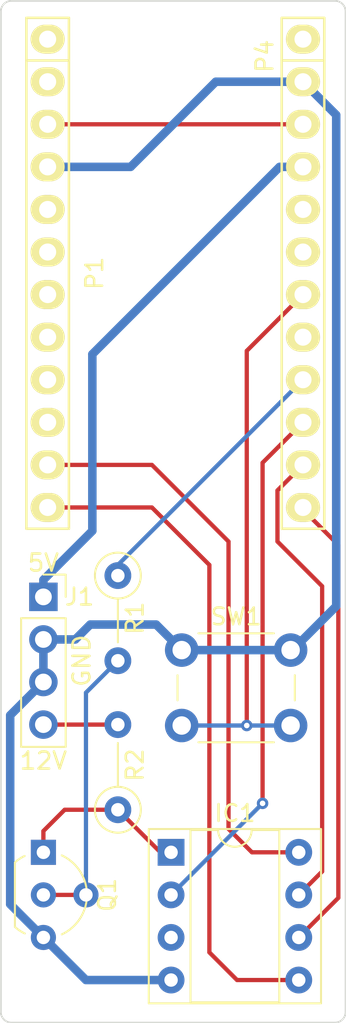
<source format=kicad_pcb>
(kicad_pcb (version 20171130) (host pcbnew 5.1.9+dfsg1-1~bpo10+1)

  (general
    (thickness 1.6)
    (drawings 20)
    (tracks 62)
    (zones 0)
    (modules 9)
    (nets 27)
  )

  (page USLetter)
  (title_block
    (title "ProMini HVSP")
    (date 2021-04-01)
    (rev 0)
  )

  (layers
    (0 F.Cu signal)
    (31 B.Cu signal)
    (34 B.Paste user hide)
    (35 F.Paste user hide)
    (36 B.SilkS user)
    (37 F.SilkS user)
    (38 B.Mask user hide)
    (39 F.Mask user hide)
    (40 Dwgs.User user hide)
    (44 Edge.Cuts user)
    (46 B.CrtYd user hide)
    (47 F.CrtYd user hide)
    (48 B.Fab user hide)
    (49 F.Fab user hide)
  )

  (setup
    (last_trace_width 0.254)
    (user_trace_width 0.1524)
    (user_trace_width 0.381)
    (user_trace_width 0.508)
    (user_trace_width 0.635)
    (user_trace_width 0.762)
    (user_trace_width 1.27)
    (user_trace_width 2.032)
    (trace_clearance 0.254)
    (zone_clearance 0.508)
    (zone_45_only no)
    (trace_min 0.1524)
    (via_size 0.6858)
    (via_drill 0.3302)
    (via_min_size 0.6858)
    (via_min_drill 0.3302)
    (user_via 0.6858 0.3302)
    (user_via 0.762 0.381)
    (user_via 1.016 0.508)
    (user_via 1.27 0.635)
    (uvia_size 0.6858)
    (uvia_drill 0.3302)
    (uvias_allowed no)
    (uvia_min_size 0)
    (uvia_min_drill 0)
    (edge_width 0.1524)
    (segment_width 0.1524)
    (pcb_text_width 0.1524)
    (pcb_text_size 1.016 1.016)
    (mod_edge_width 0.1524)
    (mod_text_size 1.016 1.016)
    (mod_text_width 0.1524)
    (pad_size 1.5 1.5)
    (pad_drill 0.8)
    (pad_to_mask_clearance 0.0508)
    (solder_mask_min_width 0.1016)
    (pad_to_paste_clearance -0.0508)
    (aux_axis_origin 0 0)
    (visible_elements FFFEDF7D)
    (pcbplotparams
      (layerselection 0x310fc_80000001)
      (usegerberextensions true)
      (usegerberattributes false)
      (usegerberadvancedattributes false)
      (creategerberjobfile false)
      (excludeedgelayer true)
      (linewidth 0.100000)
      (plotframeref false)
      (viasonmask false)
      (mode 1)
      (useauxorigin false)
      (hpglpennumber 1)
      (hpglpenspeed 20)
      (hpglpendiameter 15.000000)
      (psnegative false)
      (psa4output false)
      (plotreference true)
      (plotvalue true)
      (plotinvisibletext false)
      (padsonsilk false)
      (subtractmaskfromsilk false)
      (outputformat 1)
      (mirror false)
      (drillshape 0)
      (scaleselection 1)
      (outputdirectory "gerbers"))
  )

  (net 0 "")
  (net 1 /8)
  (net 2 /7)
  (net 3 /4)
  (net 4 /2)
  (net 5 GND)
  (net 6 /Reset)
  (net 7 "/0(Rx)")
  (net 8 "/1(Tx)")
  (net 9 VCC)
  (net 10 /A0)
  (net 11 /A1)
  (net 12 /A2)
  (net 13 /A3)
  (net 14 /RAW)
  (net 15 /11)
  (net 16 "Net-(IC1-Pad3)")
  (net 17 /10)
  (net 18 /12)
  (net 19 /9)
  (net 20 /V+12)
  (net 21 "Net-(J1-Pad4)")
  (net 22 /6)
  (net 23 /5)
  (net 24 /3)
  (net 25 /13)
  (net 26 "Net-(Q1-Pad2)")

  (net_class Default "This is the default net class."
    (clearance 0.254)
    (trace_width 0.254)
    (via_dia 0.6858)
    (via_drill 0.3302)
    (uvia_dia 0.6858)
    (uvia_drill 0.3302)
    (add_net "/0(Rx)")
    (add_net "/1(Tx)")
    (add_net /10)
    (add_net /11)
    (add_net /12)
    (add_net /13)
    (add_net /2)
    (add_net /3)
    (add_net /4)
    (add_net /5)
    (add_net /6)
    (add_net /7)
    (add_net /8)
    (add_net /9)
    (add_net /A0)
    (add_net /A1)
    (add_net /A2)
    (add_net /A3)
    (add_net /RAW)
    (add_net /Reset)
    (add_net /V+12)
    (add_net GND)
    (add_net "Net-(IC1-Pad3)")
    (add_net "Net-(J1-Pad4)")
    (add_net "Net-(Q1-Pad2)")
    (add_net VCC)
  )

  (module Socket_Arduino_Pro_Mini:PAD (layer F.Cu) (tedit 60440E89) (tstamp 604479A9)
    (at 144.78 124.46)
    (fp_text reference P1 (at 0 0) (layer F.SilkS) hide
      (effects (font (size 1.27 1.27) (thickness 0.15)))
    )
    (fp_text value GND (at 0 0) (layer F.SilkS) hide
      (effects (font (size 1.27 1.27) (thickness 0.15)))
    )
    (pad 1 thru_hole circle (at 0 0) (size 1.5 1.5) (drill 0.8) (layers *.Cu *.Mask)
      (net 26 "Net-(Q1-Pad2)") (solder_mask_margin 0.0762))
  )

  (module Package_TO_SOT_THT:TO-92L_Inline_Wide (layer F.Cu) (tedit 5A11996A) (tstamp 60446A0F)
    (at 142.24 121.92 270)
    (descr "TO-92L leads in-line (large body variant of TO-92), also known as TO-226, wide, drill 0.75mm (see https://www.diodes.com/assets/Package-Files/TO92L.pdf and http://www.ti.com/lit/an/snoa059/snoa059.pdf)")
    (tags "TO-92L Inline Wide transistor")
    (path /60447D22)
    (fp_text reference Q1 (at 2.54 -3.81 90) (layer F.SilkS)
      (effects (font (size 1 1) (thickness 0.15)))
    )
    (fp_text value BC547 (at 2.54 2.79 90) (layer F.Fab)
      (effects (font (size 1 1) (thickness 0.15)))
    )
    (fp_line (start 0.6 1.7) (end 4.45 1.7) (layer F.SilkS) (width 0.12))
    (fp_line (start 0.65 1.6) (end 4.4 1.6) (layer F.Fab) (width 0.1))
    (fp_line (start -1 -2.75) (end 6.1 -2.75) (layer F.CrtYd) (width 0.05))
    (fp_line (start -1 -2.75) (end -1 1.85) (layer F.CrtYd) (width 0.05))
    (fp_line (start 6.1 1.85) (end 6.1 -2.75) (layer F.CrtYd) (width 0.05))
    (fp_line (start 6.1 1.85) (end -1 1.85) (layer F.CrtYd) (width 0.05))
    (fp_arc (start 2.54 0) (end 4.45 1.7) (angle -15.88591585) (layer F.SilkS) (width 0.12))
    (fp_arc (start 2.54 0) (end 2.54 -2.48) (angle -130.2499344) (layer F.Fab) (width 0.1))
    (fp_arc (start 2.54 0) (end 2.54 -2.48) (angle 129.9527847) (layer F.Fab) (width 0.1))
    (fp_arc (start 2.54 0) (end 2.54 -2.6) (angle 65) (layer F.SilkS) (width 0.12))
    (fp_arc (start 2.54 0) (end 2.54 -2.6) (angle -65) (layer F.SilkS) (width 0.12))
    (fp_arc (start 2.54 0) (end 0.6 1.7) (angle 15.44288892) (layer F.SilkS) (width 0.12))
    (fp_text user %R (at 2.54 0 90) (layer F.Fab)
      (effects (font (size 1 1) (thickness 0.15)))
    )
    (pad 1 thru_hole rect (at 0 0 270) (size 1.5 1.5) (drill 0.8) (layers *.Cu *.Mask)
      (net 20 /V+12))
    (pad 3 thru_hole circle (at 5.08 0 270) (size 1.5 1.5) (drill 0.8) (layers *.Cu *.Mask)
      (net 5 GND))
    (pad 2 thru_hole circle (at 2.54 0 270) (size 1.5 1.5) (drill 0.8) (layers *.Cu *.Mask)
      (net 26 "Net-(Q1-Pad2)"))
    (model ${KISYS3DMOD}/Package_TO_SOT_THT.3dshapes/TO-92L_Inline_Wide.wrl
      (at (xyz 0 0 0))
      (scale (xyz 1 1 1))
      (rotate (xyz 0 0 0))
    )
  )

  (module Package_DIP:DIP-8_W7.62mm_Socket (layer F.Cu) (tedit 5A02E8C5) (tstamp 6044697D)
    (at 149.86 121.92)
    (descr "8-lead though-hole mounted DIP package, row spacing 7.62 mm (300 mils), Socket")
    (tags "THT DIP DIL PDIP 2.54mm 7.62mm 300mil Socket")
    (path /6044327A)
    (fp_text reference IC1 (at 3.81 -2.33) (layer F.SilkS)
      (effects (font (size 1 1) (thickness 0.15)))
    )
    (fp_text value DIL8S (at 3.81 9.95) (layer F.Fab)
      (effects (font (size 1 1) (thickness 0.15)))
    )
    (fp_line (start 1.635 -1.27) (end 6.985 -1.27) (layer F.Fab) (width 0.1))
    (fp_line (start 6.985 -1.27) (end 6.985 8.89) (layer F.Fab) (width 0.1))
    (fp_line (start 6.985 8.89) (end 0.635 8.89) (layer F.Fab) (width 0.1))
    (fp_line (start 0.635 8.89) (end 0.635 -0.27) (layer F.Fab) (width 0.1))
    (fp_line (start 0.635 -0.27) (end 1.635 -1.27) (layer F.Fab) (width 0.1))
    (fp_line (start -1.27 -1.33) (end -1.27 8.95) (layer F.Fab) (width 0.1))
    (fp_line (start -1.27 8.95) (end 8.89 8.95) (layer F.Fab) (width 0.1))
    (fp_line (start 8.89 8.95) (end 8.89 -1.33) (layer F.Fab) (width 0.1))
    (fp_line (start 8.89 -1.33) (end -1.27 -1.33) (layer F.Fab) (width 0.1))
    (fp_line (start 2.81 -1.33) (end 1.16 -1.33) (layer F.SilkS) (width 0.12))
    (fp_line (start 1.16 -1.33) (end 1.16 8.95) (layer F.SilkS) (width 0.12))
    (fp_line (start 1.16 8.95) (end 6.46 8.95) (layer F.SilkS) (width 0.12))
    (fp_line (start 6.46 8.95) (end 6.46 -1.33) (layer F.SilkS) (width 0.12))
    (fp_line (start 6.46 -1.33) (end 4.81 -1.33) (layer F.SilkS) (width 0.12))
    (fp_line (start -1.33 -1.39) (end -1.33 9.01) (layer F.SilkS) (width 0.12))
    (fp_line (start -1.33 9.01) (end 8.95 9.01) (layer F.SilkS) (width 0.12))
    (fp_line (start 8.95 9.01) (end 8.95 -1.39) (layer F.SilkS) (width 0.12))
    (fp_line (start 8.95 -1.39) (end -1.33 -1.39) (layer F.SilkS) (width 0.12))
    (fp_line (start -1.55 -1.6) (end -1.55 9.2) (layer F.CrtYd) (width 0.05))
    (fp_line (start -1.55 9.2) (end 9.15 9.2) (layer F.CrtYd) (width 0.05))
    (fp_line (start 9.15 9.2) (end 9.15 -1.6) (layer F.CrtYd) (width 0.05))
    (fp_line (start 9.15 -1.6) (end -1.55 -1.6) (layer F.CrtYd) (width 0.05))
    (fp_text user %R (at 3.81 3.81) (layer F.Fab)
      (effects (font (size 1 1) (thickness 0.15)))
    )
    (fp_arc (start 3.81 -1.33) (end 2.81 -1.33) (angle -180) (layer F.SilkS) (width 0.12))
    (pad 8 thru_hole oval (at 7.62 0) (size 1.6 1.6) (drill 0.8) (layers *.Cu *.Mask)
      (net 1 /8))
    (pad 4 thru_hole oval (at 0 7.62) (size 1.6 1.6) (drill 0.8) (layers *.Cu *.Mask)
      (net 5 GND))
    (pad 7 thru_hole oval (at 7.62 2.54) (size 1.6 1.6) (drill 0.8) (layers *.Cu *.Mask)
      (net 15 /11))
    (pad 3 thru_hole oval (at 0 5.08) (size 1.6 1.6) (drill 0.8) (layers *.Cu *.Mask)
      (net 16 "Net-(IC1-Pad3)"))
    (pad 6 thru_hole oval (at 7.62 5.08) (size 1.6 1.6) (drill 0.8) (layers *.Cu *.Mask)
      (net 17 /10))
    (pad 2 thru_hole oval (at 0 2.54) (size 1.6 1.6) (drill 0.8) (layers *.Cu *.Mask)
      (net 18 /12))
    (pad 5 thru_hole oval (at 7.62 7.62) (size 1.6 1.6) (drill 0.8) (layers *.Cu *.Mask)
      (net 19 /9))
    (pad 1 thru_hole rect (at 0 0) (size 1.6 1.6) (drill 0.8) (layers *.Cu *.Mask)
      (net 20 /V+12))
    (model ${KISYS3DMOD}/Package_DIP.3dshapes/DIP-8_W7.62mm_Socket.wrl
      (at (xyz 0 0 0))
      (scale (xyz 1 1 1))
      (rotate (xyz 0 0 0))
    )
  )

  (module Button_Switch_THT:SW_PUSH_6mm (layer F.Cu) (tedit 5A02FE31) (tstamp 60446A4C)
    (at 150.495 109.855)
    (descr https://www.omron.com/ecb/products/pdf/en-b3f.pdf)
    (tags "tact sw push 6mm")
    (path /6045402E)
    (fp_text reference SW1 (at 3.25 -2) (layer F.SilkS)
      (effects (font (size 1 1) (thickness 0.15)))
    )
    (fp_text value READY (at 3.75 6.7) (layer F.Fab)
      (effects (font (size 1 1) (thickness 0.15)))
    )
    (fp_line (start 3.25 -0.75) (end 6.25 -0.75) (layer F.Fab) (width 0.1))
    (fp_line (start 6.25 -0.75) (end 6.25 5.25) (layer F.Fab) (width 0.1))
    (fp_line (start 6.25 5.25) (end 0.25 5.25) (layer F.Fab) (width 0.1))
    (fp_line (start 0.25 5.25) (end 0.25 -0.75) (layer F.Fab) (width 0.1))
    (fp_line (start 0.25 -0.75) (end 3.25 -0.75) (layer F.Fab) (width 0.1))
    (fp_line (start 7.75 6) (end 8 6) (layer F.CrtYd) (width 0.05))
    (fp_line (start 8 6) (end 8 5.75) (layer F.CrtYd) (width 0.05))
    (fp_line (start 7.75 -1.5) (end 8 -1.5) (layer F.CrtYd) (width 0.05))
    (fp_line (start 8 -1.5) (end 8 -1.25) (layer F.CrtYd) (width 0.05))
    (fp_line (start -1.5 -1.25) (end -1.5 -1.5) (layer F.CrtYd) (width 0.05))
    (fp_line (start -1.5 -1.5) (end -1.25 -1.5) (layer F.CrtYd) (width 0.05))
    (fp_line (start -1.5 5.75) (end -1.5 6) (layer F.CrtYd) (width 0.05))
    (fp_line (start -1.5 6) (end -1.25 6) (layer F.CrtYd) (width 0.05))
    (fp_line (start -1.25 -1.5) (end 7.75 -1.5) (layer F.CrtYd) (width 0.05))
    (fp_line (start -1.5 5.75) (end -1.5 -1.25) (layer F.CrtYd) (width 0.05))
    (fp_line (start 7.75 6) (end -1.25 6) (layer F.CrtYd) (width 0.05))
    (fp_line (start 8 -1.25) (end 8 5.75) (layer F.CrtYd) (width 0.05))
    (fp_line (start 1 5.5) (end 5.5 5.5) (layer F.SilkS) (width 0.12))
    (fp_line (start -0.25 1.5) (end -0.25 3) (layer F.SilkS) (width 0.12))
    (fp_line (start 5.5 -1) (end 1 -1) (layer F.SilkS) (width 0.12))
    (fp_line (start 6.75 3) (end 6.75 1.5) (layer F.SilkS) (width 0.12))
    (fp_circle (center 3.25 2.25) (end 1.25 2.5) (layer F.Fab) (width 0.1))
    (fp_text user %R (at 3.25 2.25) (layer F.Fab)
      (effects (font (size 1 1) (thickness 0.15)))
    )
    (pad 1 thru_hole circle (at 6.5 0 90) (size 2 2) (drill 1.1) (layers *.Cu *.Mask)
      (net 5 GND))
    (pad 2 thru_hole circle (at 6.5 4.5 90) (size 2 2) (drill 1.1) (layers *.Cu *.Mask)
      (net 11 /A1))
    (pad 1 thru_hole circle (at 0 0 90) (size 2 2) (drill 1.1) (layers *.Cu *.Mask)
      (net 5 GND))
    (pad 2 thru_hole circle (at 0 4.5 90) (size 2 2) (drill 1.1) (layers *.Cu *.Mask)
      (net 11 /A1))
    (model ${KISYS3DMOD}/Button_Switch_THT.3dshapes/SW_PUSH_6mm.wrl
      (at (xyz 0 0 0))
      (scale (xyz 1 1 1))
      (rotate (xyz 0 0 0))
    )
  )

  (module Resistor_THT:R_Axial_DIN0207_L6.3mm_D2.5mm_P5.08mm_Vertical (layer F.Cu) (tedit 5AE5139B) (tstamp 60446A2D)
    (at 146.685 119.38 90)
    (descr "Resistor, Axial_DIN0207 series, Axial, Vertical, pin pitch=5.08mm, 0.25W = 1/4W, length*diameter=6.3*2.5mm^2, http://cdn-reichelt.de/documents/datenblatt/B400/1_4W%23YAG.pdf")
    (tags "Resistor Axial_DIN0207 series Axial Vertical pin pitch 5.08mm 0.25W = 1/4W length 6.3mm diameter 2.5mm")
    (path /6044CEBF)
    (fp_text reference R2 (at 2.667 1.016 90) (layer F.SilkS)
      (effects (font (size 1 1) (thickness 0.15)))
    )
    (fp_text value 1k (at 2.54 2.37 90) (layer F.Fab)
      (effects (font (size 1 1) (thickness 0.15)))
    )
    (fp_circle (center 0 0) (end 1.25 0) (layer F.Fab) (width 0.1))
    (fp_circle (center 0 0) (end 1.37 0) (layer F.SilkS) (width 0.12))
    (fp_line (start 0 0) (end 5.08 0) (layer F.Fab) (width 0.1))
    (fp_line (start 1.37 0) (end 3.98 0) (layer F.SilkS) (width 0.12))
    (fp_line (start -1.5 -1.5) (end -1.5 1.5) (layer F.CrtYd) (width 0.05))
    (fp_line (start -1.5 1.5) (end 6.13 1.5) (layer F.CrtYd) (width 0.05))
    (fp_line (start 6.13 1.5) (end 6.13 -1.5) (layer F.CrtYd) (width 0.05))
    (fp_line (start 6.13 -1.5) (end -1.5 -1.5) (layer F.CrtYd) (width 0.05))
    (fp_text user %R (at 2.54 -2.37 90) (layer F.Fab)
      (effects (font (size 1 1) (thickness 0.15)))
    )
    (pad 2 thru_hole oval (at 5.08 0 90) (size 1.6 1.6) (drill 0.8) (layers *.Cu *.Mask)
      (net 21 "Net-(J1-Pad4)"))
    (pad 1 thru_hole circle (at 0 0 90) (size 1.6 1.6) (drill 0.8) (layers *.Cu *.Mask)
      (net 20 /V+12))
    (model ${KISYS3DMOD}/Resistor_THT.3dshapes/R_Axial_DIN0207_L6.3mm_D2.5mm_P5.08mm_Vertical.wrl
      (at (xyz 0 0 0))
      (scale (xyz 1 1 1))
      (rotate (xyz 0 0 0))
    )
  )

  (module Resistor_THT:R_Axial_DIN0207_L6.3mm_D2.5mm_P5.08mm_Vertical (layer F.Cu) (tedit 5AE5139B) (tstamp 60446A1E)
    (at 146.685 105.41 270)
    (descr "Resistor, Axial_DIN0207 series, Axial, Vertical, pin pitch=5.08mm, 0.25W = 1/4W, length*diameter=6.3*2.5mm^2, http://cdn-reichelt.de/documents/datenblatt/B400/1_4W%23YAG.pdf")
    (tags "Resistor Axial_DIN0207 series Axial Vertical pin pitch 5.08mm 0.25W = 1/4W length 6.3mm diameter 2.5mm")
    (path /6044D4B4)
    (fp_text reference R1 (at 2.54 -1.016 90) (layer F.SilkS)
      (effects (font (size 1 1) (thickness 0.15)))
    )
    (fp_text value 1k (at 2.54 2.37 90) (layer F.Fab)
      (effects (font (size 1 1) (thickness 0.15)))
    )
    (fp_circle (center 0 0) (end 1.25 0) (layer F.Fab) (width 0.1))
    (fp_circle (center 0 0) (end 1.37 0) (layer F.SilkS) (width 0.12))
    (fp_line (start 0 0) (end 5.08 0) (layer F.Fab) (width 0.1))
    (fp_line (start 1.37 0) (end 3.98 0) (layer F.SilkS) (width 0.12))
    (fp_line (start -1.5 -1.5) (end -1.5 1.5) (layer F.CrtYd) (width 0.05))
    (fp_line (start -1.5 1.5) (end 6.13 1.5) (layer F.CrtYd) (width 0.05))
    (fp_line (start 6.13 1.5) (end 6.13 -1.5) (layer F.CrtYd) (width 0.05))
    (fp_line (start 6.13 -1.5) (end -1.5 -1.5) (layer F.CrtYd) (width 0.05))
    (fp_text user %R (at 2.54 -2.37 90) (layer F.Fab)
      (effects (font (size 1 1) (thickness 0.15)))
    )
    (pad 2 thru_hole oval (at 5.08 0 270) (size 1.6 1.6) (drill 0.8) (layers *.Cu *.Mask)
      (net 26 "Net-(Q1-Pad2)"))
    (pad 1 thru_hole circle (at 0 0 270) (size 1.6 1.6) (drill 0.8) (layers *.Cu *.Mask)
      (net 25 /13))
    (model ${KISYS3DMOD}/Resistor_THT.3dshapes/R_Axial_DIN0207_L6.3mm_D2.5mm_P5.08mm_Vertical.wrl
      (at (xyz 0 0 0))
      (scale (xyz 1 1 1))
      (rotate (xyz 0 0 0))
    )
  )

  (module Connector_PinSocket_2.54mm:PinSocket_1x04_P2.54mm_Vertical (layer F.Cu) (tedit 5A19A429) (tstamp 60446995)
    (at 142.24 106.68)
    (descr "Through hole straight socket strip, 1x04, 2.54mm pitch, single row (from Kicad 4.0.7), script generated")
    (tags "Through hole socket strip THT 1x04 2.54mm single row")
    (path /604450B9)
    (fp_text reference J1 (at 2.159 0) (layer F.SilkS)
      (effects (font (size 1 1) (thickness 0.15)))
    )
    (fp_text value "12V_Regulator module" (at 0 10.39) (layer F.Fab)
      (effects (font (size 1 1) (thickness 0.15)))
    )
    (fp_line (start -1.27 -1.27) (end 0.635 -1.27) (layer F.Fab) (width 0.1))
    (fp_line (start 0.635 -1.27) (end 1.27 -0.635) (layer F.Fab) (width 0.1))
    (fp_line (start 1.27 -0.635) (end 1.27 8.89) (layer F.Fab) (width 0.1))
    (fp_line (start 1.27 8.89) (end -1.27 8.89) (layer F.Fab) (width 0.1))
    (fp_line (start -1.27 8.89) (end -1.27 -1.27) (layer F.Fab) (width 0.1))
    (fp_line (start -1.33 1.27) (end 1.33 1.27) (layer F.SilkS) (width 0.12))
    (fp_line (start -1.33 1.27) (end -1.33 8.95) (layer F.SilkS) (width 0.12))
    (fp_line (start -1.33 8.95) (end 1.33 8.95) (layer F.SilkS) (width 0.12))
    (fp_line (start 1.33 1.27) (end 1.33 8.95) (layer F.SilkS) (width 0.12))
    (fp_line (start 1.33 -1.33) (end 1.33 0) (layer F.SilkS) (width 0.12))
    (fp_line (start 0 -1.33) (end 1.33 -1.33) (layer F.SilkS) (width 0.12))
    (fp_line (start -1.8 -1.8) (end 1.75 -1.8) (layer F.CrtYd) (width 0.05))
    (fp_line (start 1.75 -1.8) (end 1.75 9.4) (layer F.CrtYd) (width 0.05))
    (fp_line (start 1.75 9.4) (end -1.8 9.4) (layer F.CrtYd) (width 0.05))
    (fp_line (start -1.8 9.4) (end -1.8 -1.8) (layer F.CrtYd) (width 0.05))
    (fp_text user %R (at 0 3.81 90) (layer F.Fab)
      (effects (font (size 1 1) (thickness 0.15)))
    )
    (pad 4 thru_hole oval (at 0 7.62) (size 1.7 1.7) (drill 1) (layers *.Cu *.Mask)
      (net 21 "Net-(J1-Pad4)"))
    (pad 3 thru_hole oval (at 0 5.08) (size 1.7 1.7) (drill 1) (layers *.Cu *.Mask)
      (net 5 GND))
    (pad 2 thru_hole oval (at 0 2.54) (size 1.7 1.7) (drill 1) (layers *.Cu *.Mask)
      (net 5 GND))
    (pad 1 thru_hole rect (at 0 0) (size 1.7 1.7) (drill 1) (layers *.Cu *.Mask)
      (net 9 VCC))
    (model ${KISYS3DMOD}/Connector_PinSocket_2.54mm.3dshapes/PinSocket_1x04_P2.54mm_Vertical.wrl
      (at (xyz 0 0 0))
      (scale (xyz 1 1 1))
      (rotate (xyz 0 0 0))
    )
  )

  (module Socket_Arduino_Pro_Mini:Socket_Strip_Arduino_1x12 (layer F.Cu) (tedit 55216A20) (tstamp 60447299)
    (at 142.494 73.406 270)
    (descr "Through hole socket strip")
    (tags "socket strip")
    (path /56D754D1)
    (fp_text reference P1 (at 13.97 -2.794 270) (layer F.SilkS)
      (effects (font (size 1 1) (thickness 0.15)))
    )
    (fp_text value Digital (at 18.034 -2.794 270) (layer F.Fab)
      (effects (font (size 1 1) (thickness 0.15)))
    )
    (fp_line (start 1.27 -1.27) (end -1.27 -1.27) (layer F.SilkS) (width 0.15))
    (fp_line (start -1.27 -1.27) (end -1.27 1.27) (layer F.SilkS) (width 0.15))
    (fp_line (start -1.27 1.27) (end 1.27 1.27) (layer F.SilkS) (width 0.15))
    (fp_line (start -1.75 -1.75) (end -1.75 1.75) (layer F.CrtYd) (width 0.05))
    (fp_line (start 29.7 -1.75) (end 29.7 1.75) (layer F.CrtYd) (width 0.05))
    (fp_line (start -1.75 -1.75) (end 29.7 -1.75) (layer F.CrtYd) (width 0.05))
    (fp_line (start -1.75 1.75) (end 29.7 1.75) (layer F.CrtYd) (width 0.05))
    (fp_line (start 1.27 1.27) (end 29.21 1.27) (layer F.SilkS) (width 0.15))
    (fp_line (start 29.21 1.27) (end 29.21 -1.27) (layer F.SilkS) (width 0.15))
    (fp_line (start 29.21 -1.27) (end 1.27 -1.27) (layer F.SilkS) (width 0.15))
    (fp_line (start 1.27 1.27) (end 1.27 -1.27) (layer F.SilkS) (width 0.15))
    (pad 12 thru_hole oval (at 27.94 0 270) (size 1.7272 2.032) (drill 1.016) (layers *.Cu *.Mask F.SilkS)
      (net 19 /9))
    (pad 11 thru_hole oval (at 25.4 0 270) (size 1.7272 2.032) (drill 1.016) (layers *.Cu *.Mask F.SilkS)
      (net 1 /8))
    (pad 10 thru_hole oval (at 22.86 0 270) (size 1.7272 2.032) (drill 1.016) (layers *.Cu *.Mask F.SilkS)
      (net 2 /7))
    (pad 9 thru_hole oval (at 20.32 0 270) (size 1.7272 2.032) (drill 1.016) (layers *.Cu *.Mask F.SilkS)
      (net 22 /6))
    (pad 8 thru_hole oval (at 17.78 0 270) (size 1.7272 2.032) (drill 1.016) (layers *.Cu *.Mask F.SilkS)
      (net 23 /5))
    (pad 7 thru_hole oval (at 15.24 0 270) (size 1.7272 2.032) (drill 1.016) (layers *.Cu *.Mask F.SilkS)
      (net 3 /4))
    (pad 6 thru_hole oval (at 12.7 0 270) (size 1.7272 2.032) (drill 1.016) (layers *.Cu *.Mask F.SilkS)
      (net 24 /3))
    (pad 5 thru_hole oval (at 10.16 0 270) (size 1.7272 2.032) (drill 1.016) (layers *.Cu *.Mask F.SilkS)
      (net 4 /2))
    (pad 4 thru_hole oval (at 7.62 0 270) (size 1.7272 2.032) (drill 1.016) (layers *.Cu *.Mask F.SilkS)
      (net 5 GND))
    (pad 3 thru_hole oval (at 5.08 0 270) (size 1.7272 2.032) (drill 1.016) (layers *.Cu *.Mask F.SilkS)
      (net 6 /Reset))
    (pad 2 thru_hole oval (at 2.54 0 270) (size 1.7272 2.032) (drill 1.016) (layers *.Cu *.Mask F.SilkS)
      (net 7 "/0(Rx)"))
    (pad 1 thru_hole oval (at 0 0 270) (size 1.7272 2.032) (drill 1.016) (layers *.Cu *.Mask F.SilkS)
      (net 8 "/1(Tx)"))
    (model ${KIPRJMOD}/Socket_Arduino_Pro_Mini.3dshapes/Socket_header_Arduino_1x12.wrl
      (offset (xyz 13.96999979019165 0 0))
      (scale (xyz 1 1 1))
      (rotate (xyz 0 0 180))
    )
  )

  (module Socket_Arduino_Pro_Mini:Socket_Strip_Arduino_1x12 (layer F.Cu) (tedit 5521133F) (tstamp 6044726C)
    (at 157.734 73.406 270)
    (descr "Through hole socket strip")
    (tags "socket strip")
    (path /56D755F3)
    (fp_text reference P4 (at 1.016 2.286 270) (layer F.SilkS)
      (effects (font (size 1 1) (thickness 0.15)))
    )
    (fp_text value Analog (at 4.826 2.54 270) (layer F.Fab)
      (effects (font (size 1 1) (thickness 0.15)))
    )
    (fp_line (start 1.27 -1.27) (end -1.27 -1.27) (layer F.SilkS) (width 0.15))
    (fp_line (start -1.27 -1.27) (end -1.27 1.27) (layer F.SilkS) (width 0.15))
    (fp_line (start -1.27 1.27) (end 1.27 1.27) (layer F.SilkS) (width 0.15))
    (fp_line (start -1.75 -1.75) (end -1.75 1.75) (layer F.CrtYd) (width 0.05))
    (fp_line (start 29.7 -1.75) (end 29.7 1.75) (layer F.CrtYd) (width 0.05))
    (fp_line (start -1.75 -1.75) (end 29.7 -1.75) (layer F.CrtYd) (width 0.05))
    (fp_line (start -1.75 1.75) (end 29.7 1.75) (layer F.CrtYd) (width 0.05))
    (fp_line (start 1.27 1.27) (end 29.21 1.27) (layer F.SilkS) (width 0.15))
    (fp_line (start 29.21 1.27) (end 29.21 -1.27) (layer F.SilkS) (width 0.15))
    (fp_line (start 29.21 -1.27) (end 1.27 -1.27) (layer F.SilkS) (width 0.15))
    (fp_line (start 1.27 1.27) (end 1.27 -1.27) (layer F.SilkS) (width 0.15))
    (pad 12 thru_hole oval (at 27.94 0 270) (size 1.7272 2.032) (drill 1.016) (layers *.Cu *.Mask F.SilkS)
      (net 17 /10))
    (pad 11 thru_hole oval (at 25.4 0 270) (size 1.7272 2.032) (drill 1.016) (layers *.Cu *.Mask F.SilkS)
      (net 15 /11))
    (pad 10 thru_hole oval (at 22.86 0 270) (size 1.7272 2.032) (drill 1.016) (layers *.Cu *.Mask F.SilkS)
      (net 18 /12))
    (pad 9 thru_hole oval (at 20.32 0 270) (size 1.7272 2.032) (drill 1.016) (layers *.Cu *.Mask F.SilkS)
      (net 25 /13))
    (pad 8 thru_hole oval (at 17.78 0 270) (size 1.7272 2.032) (drill 1.016) (layers *.Cu *.Mask F.SilkS)
      (net 10 /A0))
    (pad 7 thru_hole oval (at 15.24 0 270) (size 1.7272 2.032) (drill 1.016) (layers *.Cu *.Mask F.SilkS)
      (net 11 /A1))
    (pad 6 thru_hole oval (at 12.7 0 270) (size 1.7272 2.032) (drill 1.016) (layers *.Cu *.Mask F.SilkS)
      (net 12 /A2))
    (pad 5 thru_hole oval (at 10.16 0 270) (size 1.7272 2.032) (drill 1.016) (layers *.Cu *.Mask F.SilkS)
      (net 13 /A3))
    (pad 4 thru_hole oval (at 7.62 0 270) (size 1.7272 2.032) (drill 1.016) (layers *.Cu *.Mask F.SilkS)
      (net 9 VCC))
    (pad 3 thru_hole oval (at 5.08 0 270) (size 1.7272 2.032) (drill 1.016) (layers *.Cu *.Mask F.SilkS)
      (net 6 /Reset))
    (pad 2 thru_hole oval (at 2.54 0 270) (size 1.7272 2.032) (drill 1.016) (layers *.Cu *.Mask F.SilkS)
      (net 5 GND))
    (pad 1 thru_hole oval (at 0 0 270) (size 1.7272 2.032) (drill 1.016) (layers *.Cu *.Mask F.SilkS)
      (net 14 /RAW))
    (model ${KIPRJMOD}/Socket_Arduino_Pro_Mini.3dshapes/Socket_header_Arduino_1x12.wrl
      (offset (xyz 13.96999979019165 0 0))
      (scale (xyz 1 1 1))
      (rotate (xyz 0 0 180))
    )
  )

  (gr_text 12V (at 142.24 116.459) (layer F.SilkS) (tstamp 60447C20)
    (effects (font (size 1.016 1.016) (thickness 0.1524)))
  )
  (gr_text GND (at 144.526 110.49 90) (layer F.SilkS)
    (effects (font (size 1.016 1.016) (thickness 0.1524)))
  )
  (gr_text 5V (at 142.24 104.648) (layer F.SilkS)
    (effects (font (size 1.016 1.016) (thickness 0.1524)))
  )
  (gr_arc (start 140.335 131.445) (end 139.7 131.445) (angle -90) (layer Edge.Cuts) (width 0.1) (tstamp 60447A34))
  (gr_arc (start 140.335 71.755) (end 140.335 71.12) (angle -90) (layer Edge.Cuts) (width 0.1) (tstamp 60447A34))
  (gr_arc (start 159.639 71.755) (end 160.274 71.755) (angle -90) (layer Edge.Cuts) (width 0.1) (tstamp 60447A34))
  (gr_arc (start 159.639 131.445) (end 159.639 132.08) (angle -90) (layer Edge.Cuts) (width 0.1))
  (gr_line (start 159.639 132.08) (end 140.335 132.08) (angle 90) (layer Edge.Cuts) (width 0.1) (tstamp 604472B4))
  (gr_line (start 143.764 102.616) (end 141.224 102.616) (angle 90) (layer Dwgs.User) (width 0.2) (tstamp 604472B3))
  (gr_line (start 160.274 71.755) (end 160.274 131.445) (angle 90) (layer Edge.Cuts) (width 0.1) (tstamp 604479D1))
  (gr_line (start 147.574 96.266) (end 152.654 96.266) (angle 90) (layer Dwgs.User) (width 0.15) (tstamp 60447297))
  (gr_line (start 139.7 131.445) (end 139.7 71.755) (angle 90) (layer Edge.Cuts) (width 0.1) (tstamp 60447296))
  (gr_text 1 (at 140.589 73.533) (layer Dwgs.User) (tstamp 6044725B)
    (effects (font (size 1.5 1.5) (thickness 0.3)))
  )
  (gr_line (start 140.335 71.12) (end 159.639 71.12) (angle 90) (layer Edge.Cuts) (width 0.1) (tstamp 604479CE))
  (gr_line (start 152.654 101.346) (end 147.574 101.346) (angle 90) (layer Dwgs.User) (width 0.15) (tstamp 60447245))
  (gr_line (start 147.574 101.346) (end 147.574 96.266) (angle 90) (layer Dwgs.User) (width 0.15) (tstamp 60447244))
  (gr_circle (center 150.114 98.806) (end 148.844 98.806) (layer Dwgs.User) (width 0.15) (tstamp 60447243))
  (gr_line (start 152.654 96.266) (end 152.654 101.346) (angle 90) (layer Dwgs.User) (width 0.15) (tstamp 60447242))
  (gr_text "STACKUP\n\n1 MIL +/-0.2MIL      SILKSCREEN \n1 MIL +/-0.2MIL      SOLDER RESIST \n1.4 MIL                1 OZ COPPER  \n60 MIL +/-0.6MIL     FR4 CORE\n1.4 MIL                1 OZ COPPER\n1 MIL +/-0.2MIL      SOLDER RESIST \n1 MIL +/-0.2MIL      SILKSCREEN" (at 16.764 124.968) (layer Dwgs.User) (tstamp 60417DB1)
    (effects (font (size 2.032 2.032) (thickness 0.254)) (justify left))
  )
  (gr_text "FABRICATION NOTES\n\n1.  THIS IS A 2 LAYER BOARD. \n2.  EXTERNAL LAYERS SHALL HAVE 1 OZ COPPER.\n3.  MATERIAL: FR4 AND 0.063 INCH +/- 10% THICK, ER=4.5 AT 10MHZ.\n4.  BOARDS SHALL BE ROHS COMPLIANT. \n5.  MANUFACTURE IN ACCORDANCE WITH IPC-6012 CLASS 2\n6.  MASK: BOTH SIDES OF THE BOARD SHALL HAVE \n    SOLDER MASK (ANY COLOR) OVER BARE COPPER. \n7.  SILK: BOTH SIDES OF THE BOARD SHALL HAVE \n    WHITE SILKSCREEN. DO NOT PLACE SILK OVER BARE COPPER.\n8.  FINISH: ENIG, COMPLIANT WITH IPC-4552.\n9.  MINIMUM TRACE WIDTH - 0.006 INCH.\n    MINIMUM SPACE - 0.006 INCH.\n    MINIMUM HOLE DIA - 0.013 INCH. \n10. MAX HOLE PLACEMENT TOLERANCE OF +/- 0.003 INCH.\n11. MAX HOLE DIAMETER TOLERANCE OF +/- 0.003 INCH AFTER PLATING." (at 16.51 171.45) (layer Dwgs.User)
    (effects (font (size 2.032 2.032) (thickness 0.254)) (justify left))
  )

  (segment (start 142.494 98.806) (end 148.717 98.806) (width 0.254) (layer F.Cu) (net 1))
  (segment (start 148.717 98.806) (end 153.289 103.378) (width 0.254) (layer F.Cu) (net 1))
  (segment (start 153.289 103.378) (end 153.289 120.523) (width 0.254) (layer F.Cu) (net 1))
  (segment (start 153.289 120.523) (end 154.686 121.92) (width 0.254) (layer F.Cu) (net 1))
  (segment (start 154.686 121.92) (end 157.48 121.92) (width 0.254) (layer F.Cu) (net 1))
  (segment (start 142.24 111.76) (end 142.24 109.22) (width 0.508) (layer B.Cu) (net 5))
  (segment (start 150.495 109.855) (end 156.845 109.855) (width 0.508) (layer B.Cu) (net 5))
  (segment (start 140.25801 113.74199) (end 140.25801 125.01801) (width 0.508) (layer B.Cu) (net 5))
  (segment (start 142.24 111.76) (end 140.25801 113.74199) (width 0.508) (layer B.Cu) (net 5))
  (segment (start 140.25801 125.01801) (end 142.24 127) (width 0.508) (layer B.Cu) (net 5))
  (segment (start 142.24 127) (end 144.78 129.54) (width 0.508) (layer B.Cu) (net 5))
  (segment (start 144.78 129.54) (end 149.86 129.54) (width 0.508) (layer B.Cu) (net 5))
  (segment (start 157.734 75.946) (end 159.71599 77.92799) (width 0.508) (layer B.Cu) (net 5))
  (segment (start 159.71599 77.92799) (end 159.71599 107.23801) (width 0.508) (layer B.Cu) (net 5))
  (segment (start 159.71599 107.23801) (end 157.099 109.855) (width 0.508) (layer B.Cu) (net 5))
  (segment (start 145.034 108.331) (end 148.971 108.331) (width 0.508) (layer B.Cu) (net 5))
  (segment (start 148.971 108.331) (end 150.495 109.855) (width 0.508) (layer B.Cu) (net 5))
  (segment (start 142.24 109.22) (end 144.145 109.22) (width 0.508) (layer B.Cu) (net 5))
  (segment (start 144.145 109.22) (end 145.034 108.331) (width 0.508) (layer B.Cu) (net 5))
  (segment (start 157.734 75.946) (end 152.527 75.946) (width 0.508) (layer B.Cu) (net 5))
  (segment (start 152.527 75.946) (end 147.447 81.026) (width 0.508) (layer B.Cu) (net 5))
  (segment (start 147.447 81.026) (end 142.367 81.026) (width 0.508) (layer B.Cu) (net 5))
  (segment (start 142.494 78.486) (end 157.734 78.486) (width 0.254) (layer F.Cu) (net 6))
  (segment (start 156.337 81.026) (end 157.734 81.026) (width 0.508) (layer B.Cu) (net 9))
  (segment (start 145.161 92.202) (end 156.337 81.026) (width 0.508) (layer B.Cu) (net 9))
  (segment (start 142.24 106.68) (end 142.24 105.664) (width 0.508) (layer B.Cu) (net 9))
  (segment (start 145.161 102.743) (end 145.161 92.202) (width 0.508) (layer B.Cu) (net 9))
  (segment (start 142.24 105.664) (end 145.161 102.743) (width 0.508) (layer B.Cu) (net 9))
  (segment (start 150.495 114.355) (end 154.377 114.355) (width 0.254) (layer B.Cu) (net 11))
  (segment (start 154.377 114.355) (end 156.917 114.355) (width 0.254) (layer B.Cu) (net 11) (tstamp 604479FF))
  (via (at 154.377 114.355) (size 0.6858) (drill 0.3302) (layers F.Cu B.Cu) (net 11))
  (segment (start 154.377 114.355) (end 154.377 92.003) (width 0.254) (layer F.Cu) (net 11))
  (segment (start 154.377 92.003) (end 157.734 88.646) (width 0.254) (layer F.Cu) (net 11))
  (segment (start 157.48 124.46) (end 158.877 123.063) (width 0.254) (layer F.Cu) (net 15))
  (segment (start 158.877 123.063) (end 158.877 106.045) (width 0.254) (layer F.Cu) (net 15))
  (segment (start 158.877 106.045) (end 156.21 103.378) (width 0.254) (layer F.Cu) (net 15))
  (segment (start 156.21 103.378) (end 156.21 100.33) (width 0.254) (layer F.Cu) (net 15))
  (segment (start 156.21 100.33) (end 157.734 98.806) (width 0.254) (layer F.Cu) (net 15))
  (segment (start 157.48 127) (end 159.84299 124.63701) (width 0.254) (layer F.Cu) (net 17))
  (segment (start 159.84299 124.63701) (end 159.84299 103.58199) (width 0.254) (layer F.Cu) (net 17))
  (segment (start 159.84299 103.58199) (end 157.734 101.473) (width 0.254) (layer F.Cu) (net 17))
  (via (at 155.321 118.999004) (size 0.6858) (drill 0.3302) (layers F.Cu B.Cu) (net 18))
  (segment (start 155.320994 118.999004) (end 155.321 118.999004) (width 0.254) (layer B.Cu) (net 18))
  (segment (start 149.86 124.46) (end 155.320994 118.999004) (width 0.254) (layer B.Cu) (net 18))
  (segment (start 155.321 98.679) (end 155.321 118.999004) (width 0.254) (layer F.Cu) (net 18))
  (segment (start 157.734 96.266) (end 155.321 98.679) (width 0.254) (layer F.Cu) (net 18))
  (segment (start 153.797 129.54) (end 157.48 129.54) (width 0.254) (layer F.Cu) (net 19))
  (segment (start 152.146 127.889) (end 153.797 129.54) (width 0.254) (layer F.Cu) (net 19))
  (segment (start 152.146 104.775) (end 152.146 127.889) (width 0.254) (layer F.Cu) (net 19))
  (segment (start 142.494 101.346) (end 148.717 101.346) (width 0.254) (layer F.Cu) (net 19))
  (segment (start 148.717 101.346) (end 152.146 104.775) (width 0.254) (layer F.Cu) (net 19))
  (segment (start 146.685 119.38) (end 143.51 119.38) (width 0.254) (layer F.Cu) (net 20))
  (segment (start 143.51 119.38) (end 142.24 120.65) (width 0.254) (layer F.Cu) (net 20))
  (segment (start 142.24 120.65) (end 142.24 121.92) (width 0.254) (layer F.Cu) (net 20))
  (segment (start 146.685 119.38) (end 149.225 121.92) (width 0.254) (layer F.Cu) (net 20))
  (segment (start 149.225 121.92) (end 149.86 121.92) (width 0.254) (layer F.Cu) (net 20))
  (segment (start 142.24 114.3) (end 146.685 114.3) (width 0.254) (layer F.Cu) (net 21))
  (segment (start 146.685 105.41) (end 146.685 104.775) (width 0.254) (layer B.Cu) (net 25))
  (segment (start 146.685 104.775) (end 157.734 93.726) (width 0.254) (layer B.Cu) (net 25))
  (segment (start 142.24 124.46) (end 144.78 124.46) (width 0.254) (layer F.Cu) (net 26))
  (segment (start 144.78 124.46) (end 144.78 112.395) (width 0.254) (layer B.Cu) (net 26))
  (segment (start 144.78 112.395) (end 146.685 110.49) (width 0.254) (layer B.Cu) (net 26))

)

</source>
